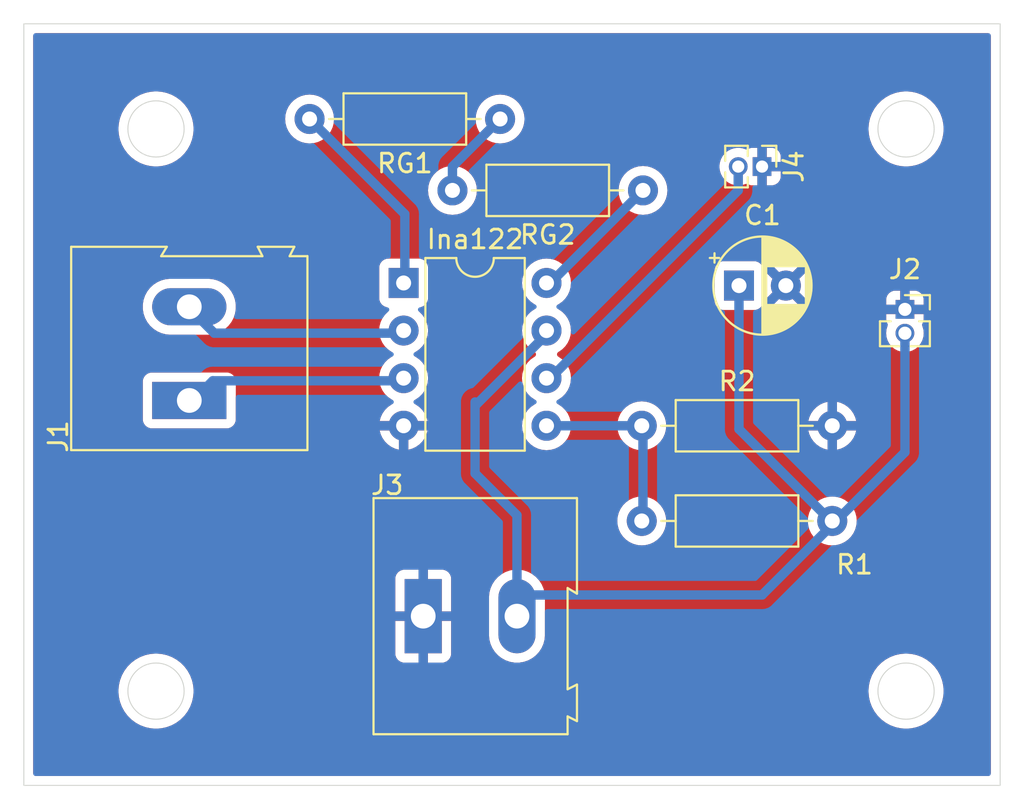
<source format=kicad_pcb>
(kicad_pcb (version 20221018) (generator pcbnew)
  (layers (0 "F.Cu" signal) (31 "B.Cu" signal) (34 "B.Paste" user) (35 "F.Paste" user) (36 "B.SilkS" user "B.Silkscreen") (37 "F.SilkS" user "F.Silkscreen") (38 "B.Mask" user) (39 "F.Mask" user) (44 "Edge.Cuts" user))
  (net 0 "")
  (net 1 "IN3.3")
  (net 2 "GND")
  (net 3 "Net-(Ina122-RG-Pad1)")
  (net 4 "/Vin-")
  (net 5 "/Vin+")
  (net 6 "/Vo")
  (net 7 "Net-(Ina122-Ref)")
  (net 8 "Net-(RG1-Pad1)")
  (net 9 "Net-(Ina122-RG-Pad8)")
  (footprint "TerminalBlock:TerminalBlock_Altech_AK300-2_P5.00mm" (layer "F.Cu") (at 116.775 92.49 90)
    (fp_text reference "J1" (at -1.92 -6.99 90) (layer "F.SilkS"))
    (fp_text value "Differential input")
    (fp_line (start -2.65 -6.3) (end -2.65 6.3) (stroke (width 0.12)) (layer "F.SilkS"))
    (fp_line (start -2.65 6.3) (end 7.7 6.3) (stroke (width 0.12)) (layer "F.SilkS"))
    (fp_line (start 7.7 -1.5) (end 8.2 -1.2) (stroke (width 0.12)) (layer "F.SilkS"))
    (fp_line (start 7.7 3.9) (end 7.7 -1.5) (stroke (width 0.12)) (layer "F.SilkS"))
    (fp_line (start 7.7 5.35) (end 8.2 5.6) (stroke (width 0.12)) (layer "F.SilkS"))
    (fp_line (start 7.7 6.3) (end 7.7 5.35) (stroke (width 0.12)) (layer "F.SilkS"))
    (fp_line (start 8.2 -6.3) (end -2.65 -6.3) (stroke (width 0.12)) (layer "F.SilkS"))
    (fp_line (start 8.2 -1.2) (end 8.2 -6.3) (stroke (width 0.12)) (layer "F.SilkS"))
    (fp_line (start 8.2 3.65) (end 7.7 3.9) (stroke (width 0.12)) (layer "F.SilkS"))
    (fp_line (start 8.2 3.7) (end 8.2 3.65) (stroke (width 0.12)) (layer "F.SilkS"))
    (fp_line (start 8.2 5.6) (end 8.2 3.7) (stroke (width 0.12)) (layer "F.SilkS"))
    (pad "1" thru_hole rect (at 0 0 90) (size 1.98 3.96) (drill 1.32) (layers "*.Cu" "*.Mask") (net 5 "/Vin+"))
    (pad "2" thru_hole oval (at 5 0 90) (size 1.98 3.96) (drill 1.32) (layers "*.Cu" "*.Mask") (net 4 "/Vin-"))
  )
  (footprint "TerminalBlock:TerminalBlock_Altech_AK300-2_P5.00mm" (layer "F.Cu") (at 129.25 104)
    (fp_text reference "J3" (at -1.92 -6.99) (layer "F.SilkS"))
    (fp_text value "3.3V Output")
    (fp_line (start -2.65 -6.3) (end -2.65 6.3) (stroke (width 0.12)) (layer "F.SilkS"))
    (fp_line (start -2.65 6.3) (end 7.7 6.3) (stroke (width 0.12)) (layer "F.SilkS"))
    (fp_line (start 7.7 -1.5) (end 8.2 -1.2) (stroke (width 0.12)) (layer "F.SilkS"))
    (fp_line (start 7.7 3.9) (end 7.7 -1.5) (stroke (width 0.12)) (layer "F.SilkS"))
    (fp_line (start 7.7 5.35) (end 8.2 5.6) (stroke (width 0.12)) (layer "F.SilkS"))
    (fp_line (start 7.7 6.3) (end 7.7 5.35) (stroke (width 0.12)) (layer "F.SilkS"))
    (fp_line (start 8.2 -6.3) (end -2.65 -6.3) (stroke (width 0.12)) (layer "F.SilkS"))
    (fp_line (start 8.2 -1.2) (end 8.2 -6.3) (stroke (width 0.12)) (layer "F.SilkS"))
    (fp_line (start 8.2 3.65) (end 7.7 3.9) (stroke (width 0.12)) (layer "F.SilkS"))
    (fp_line (start 8.2 3.7) (end 8.2 3.65) (stroke (width 0.12)) (layer "F.SilkS"))
    (fp_line (start 8.2 5.6) (end 8.2 3.7) (stroke (width 0.12)) (layer "F.SilkS"))
    (pad "1" thru_hole rect (at 0 0) (size 1.98 3.96) (drill 1.32) (layers "*.Cu" "*.Mask") (net 2 "GND"))
    (pad "2" thru_hole oval (at 5 0) (size 1.98 3.96) (drill 1.32) (layers "*.Cu" "*.Mask") (net 1 "IN3.3"))
  )
  (footprint "Capacitor_THT:CP_Radial_D5.0mm_P2.50mm" (layer "F.Cu") (at 146.09 86.36)
    (fp_text reference "C1" (at 1.25 -3.75) (layer "F.SilkS"))
    (fp_text value "0.1u")
    (fp_line (start -1.554775 -1.475) (end -1.054775 -1.475) (stroke (width 0.12)) (layer "F.SilkS"))
    (fp_line (start -1.304775 -1.725) (end -1.304775 -1.225) (stroke (width 0.12)) (layer "F.SilkS"))
    (fp_line (start 1.25 -2.58) (end 1.25 2.58) (stroke (width 0.12)) (layer "F.SilkS"))
    (fp_line (start 1.29 -2.58) (end 1.29 2.58) (stroke (width 0.12)) (layer "F.SilkS"))
    (fp_line (start 1.33 -2.579) (end 1.33 2.579) (stroke (width 0.12)) (layer "F.SilkS"))
    (fp_line (start 1.37 -2.578) (end 1.37 2.578) (stroke (width 0.12)) (layer "F.SilkS"))
    (fp_line (start 1.41 -2.576) (end 1.41 2.576) (stroke (width 0.12)) (layer "F.SilkS"))
    (fp_line (start 1.45 -2.573) (end 1.45 2.573) (stroke (width 0.12)) (layer "F.SilkS"))
    (fp_line (start 1.49 -2.569) (end 1.49 -1.04) (stroke (width 0.12)) (layer "F.SilkS"))
    (fp_line (start 1.49 1.04) (end 1.49 2.569) (stroke (width 0.12)) (layer "F.SilkS"))
    (fp_line (start 1.53 -2.565) (end 1.53 -1.04) (stroke (width 0.12)) (layer "F.SilkS"))
    (fp_line (start 1.53 1.04) (end 1.53 2.565) (stroke (width 0.12)) (layer "F.SilkS"))
    (fp_line (start 1.57 -2.561) (end 1.57 -1.04) (stroke (width 0.12)) (layer "F.SilkS"))
    (fp_line (start 1.57 1.04) (end 1.57 2.561) (stroke (width 0.12)) (layer "F.SilkS"))
    (fp_line (start 1.61 -2.556) (end 1.61 -1.04) (stroke (width 0.12)) (layer "F.SilkS"))
    (fp_line (start 1.61 1.04) (end 1.61 2.556) (stroke (width 0.12)) (layer "F.SilkS"))
    (fp_line (start 1.65 -2.55) (end 1.65 -1.04) (stroke (width 0.12)) (layer "F.SilkS"))
    (fp_line (start 1.65 1.04) (end 1.65 2.55) (stroke (width 0.12)) (layer "F.SilkS"))
    (fp_line (start 1.69 -2.543) (end 1.69 -1.04) (stroke (width 0.12)) (layer "F.SilkS"))
    (fp_line (start 1.69 1.04) (end 1.69 2.543) (stroke (width 0.12)) (layer "F.SilkS"))
    (fp_line (start 1.73 -2.536) (end 1.73 -1.04) (stroke (width 0.12)) (layer "F.SilkS"))
    (fp_line (start 1.73 1.04) (end 1.73 2.536) (stroke (width 0.12)) (layer "F.SilkS"))
    (fp_line (start 1.77 -2.528) (end 1.77 -1.04) (stroke (width 0.12)) (layer "F.SilkS"))
    (fp_line (start 1.77 1.04) (end 1.77 2.528) (stroke (width 0.12)) (layer "F.SilkS"))
    (fp_line (start 1.81 -2.52) (end 1.81 -1.04) (stroke (width 0.12)) (layer "F.SilkS"))
    (fp_line (start 1.81 1.04) (end 1.81 2.52) (stroke (width 0.12)) (layer "F.SilkS"))
    (fp_line (start 1.85 -2.511) (end 1.85 -1.04) (stroke (width 0.12)) (layer "F.SilkS"))
    (fp_line (start 1.85 1.04) (end 1.85 2.511) (stroke (width 0.12)) (layer "F.SilkS"))
    (fp_line (start 1.89 -2.501) (end 1.89 -1.04) (stroke (width 0.12)) (layer "F.SilkS"))
    (fp_line (start 1.89 1.04) (end 1.89 2.501) (stroke (width 0.12)) (layer "F.SilkS"))
    (fp_line (start 1.93 -2.491) (end 1.93 -1.04) (stroke (width 0.12)) (layer "F.SilkS"))
    (fp_line (start 1.93 1.04) (end 1.93 2.491) (stroke (width 0.12)) (layer "F.SilkS"))
    (fp_line (start 1.971 -2.48) (end 1.971 -1.04) (stroke (width 0.12)) (layer "F.SilkS"))
    (fp_line (start 1.971 1.04) (end 1.971 2.48) (stroke (width 0.12)) (layer "F.SilkS"))
    (fp_line (start 2.011 -2.468) (end 2.011 -1.04) (stroke (width 0.12)) (layer "F.SilkS"))
    (fp_line (start 2.011 1.04) (end 2.011 2.468) (stroke (width 0.12)) (layer "F.SilkS"))
    (fp_line (start 2.051 -2.455) (end 2.051 -1.04) (stroke (width 0.12)) (layer "F.SilkS"))
    (fp_line (start 2.051 1.04) (end 2.051 2.455) (stroke (width 0.12)) (layer "F.SilkS"))
    (fp_line (start 2.091 -2.442) (end 2.091 -1.04) (stroke (width 0.12)) (layer "F.SilkS"))
    (fp_line (start 2.091 1.04) (end 2.091 2.442) (stroke (width 0.12)) (layer "F.SilkS"))
    (fp_line (start 2.131 -2.428) (end 2.131 -1.04) (stroke (width 0.12)) (layer "F.SilkS"))
    (fp_line (start 2.131 1.04) (end 2.131 2.428) (stroke (width 0.12)) (layer "F.SilkS"))
    (fp_line (start 2.171 -2.414) (end 2.171 -1.04) (stroke (width 0.12)) (layer "F.SilkS"))
    (fp_line (start 2.171 1.04) (end 2.171 2.414) (stroke (width 0.12)) (layer "F.SilkS"))
    (fp_line (start 2.211 -2.398) (end 2.211 -1.04) (stroke (width 0.12)) (layer "F.SilkS"))
    (fp_line (start 2.211 1.04) (end 2.211 2.398) (stroke (width 0.12)) (layer "F.SilkS"))
    (fp_line (start 2.251 -2.382) (end 2.251 -1.04) (stroke (width 0.12)) (layer "F.SilkS"))
    (fp_line (start 2.251 1.04) (end 2.251 2.382) (stroke (width 0.12)) (layer "F.SilkS"))
    (fp_line (start 2.291 -2.365) (end 2.291 -1.04) (stroke (width 0.12)) (layer "F.SilkS"))
    (fp_line (start 2.291 1.04) (end 2.291 2.365) (stroke (width 0.12)) (layer "F.SilkS"))
    (fp_line (start 2.331 -2.348) (end 2.331 -1.04) (stroke (width 0.12)) (layer "F.SilkS"))
    (fp_line (start 2.331 1.04) (end 2.331 2.348) (stroke (width 0.12)) (layer "F.SilkS"))
    (fp_line (start 2.371 -2.329) (end 2.371 -1.04) (stroke (width 0.12)) (layer "F.SilkS"))
    (fp_line (start 2.371 1.04) (end 2.371 2.329) (stroke (width 0.12)) (layer "F.SilkS"))
    (fp_line (start 2.411 -2.31) (end 2.411 -1.04) (stroke (width 0.12)) (layer "F.SilkS"))
    (fp_line (start 2.411 1.04) (end 2.411 2.31) (stroke (width 0.12)) (layer "F.SilkS"))
    (fp_line (start 2.451 -2.29) (end 2.451 -1.04) (stroke (width 0.12)) (layer "F.SilkS"))
    (fp_line (start 2.451 1.04) (end 2.451 2.29) (stroke (width 0.12)) (layer "F.SilkS"))
    (fp_line (start 2.491 -2.268) (end 2.491 -1.04) (stroke (width 0.12)) (layer "F.SilkS"))
    (fp_line (start 2.491 1.04) (end 2.491 2.268) (stroke (width 0.12)) (layer "F.SilkS"))
    (fp_line (start 2.531 -2.247) (end 2.531 -1.04) (stroke (width 0.12)) (layer "F.SilkS"))
    (fp_line (start 2.531 1.04) (end 2.531 2.247) (stroke (width 0.12)) (layer "F.SilkS"))
    (fp_line (start 2.571 -2.224) (end 2.571 -1.04) (stroke (width 0.12)) (layer "F.SilkS"))
    (fp_line (start 2.571 1.04) (end 2.571 2.224) (stroke (width 0.12)) (layer "F.SilkS"))
    (fp_line (start 2.611 -2.2) (end 2.611 -1.04) (stroke (width 0.12)) (layer "F.SilkS"))
    (fp_line (start 2.611 1.04) (end 2.611 2.2) (stroke (width 0.12)) (layer "F.SilkS"))
    (fp_line (start 2.651 -2.175) (end 2.651 -1.04) (stroke (width 0.12)) (layer "F.SilkS"))
    (fp_line (start 2.651 1.04) (end 2.651 2.175) (stroke (width 0.12)) (layer "F.SilkS"))
    (fp_line (start 2.691 -2.149) (end 2.691 -1.04) (stroke (width 0.12)) (layer "F.SilkS"))
    (fp_line (start 2.691 1.04) (end 2.691 2.149) (stroke (width 0.12)) (layer "F.SilkS"))
    (fp_line (start 2.731 -2.122) (end 2.731 -1.04) (stroke (width 0.12)) (layer "F.SilkS"))
    (fp_line (start 2.731 1.04) (end 2.731 2.122) (stroke (width 0.12)) (layer "F.SilkS"))
    (fp_line (start 2.771 -2.095) (end 2.771 -1.04) (stroke (width 0.12)) (layer "F.SilkS"))
    (fp_line (start 2.771 1.04) (end 2.771 2.095) (stroke (width 0.12)) (layer "F.SilkS"))
    (fp_line (start 2.811 -2.065) (end 2.811 -1.04) (stroke (width 0.12)) (layer "F.SilkS"))
    (fp_line (start 2.811 1.04) (end 2.811 2.065) (stroke (width 0.12)) (layer "F.SilkS"))
    (fp_line (start 2.851 -2.035) (end 2.851 -1.04) (stroke (width 0.12)) (layer "F.SilkS"))
    (fp_line (start 2.851 1.04) (end 2.851 2.035) (stroke (width 0.12)) (layer "F.SilkS"))
    (fp_line (start 2.891 -2.004) (end 2.891 -1.04) (stroke (width 0.12)) (layer "F.SilkS"))
    (fp_line (start 2.891 1.04) (end 2.891 2.004) (stroke (width 0.12)) (layer "F.SilkS"))
    (fp_line (start 2.931 -1.971) (end 2.931 -1.04) (stroke (width 0.12)) (layer "F.SilkS"))
    (fp_line (start 2.931 1.04) (end 2.931 1.971) (stroke (width 0.12)) (layer "F.SilkS"))
    (fp_line (start 2.971 -1.937) (end 2.971 -1.04) (stroke (width 0.12)) (layer "F.SilkS"))
    (fp_line (start 2.971 1.04) (end 2.971 1.937) (stroke (width 0.12)) (layer "F.SilkS"))
    (fp_line (start 3.011 -1.901) (end 3.011 -1.04) (stroke (width 0.12)) (layer "F.SilkS"))
    (fp_line (start 3.011 1.04) (end 3.011 1.901) (stroke (width 0.12)) (layer "F.SilkS"))
    (fp_line (start 3.051 -1.864) (end 3.051 -1.04) (stroke (width 0.12)) (layer "F.SilkS"))
    (fp_line (start 3.051 1.04) (end 3.051 1.864) (stroke (width 0.12)) (layer "F.SilkS"))
    (fp_line (start 3.091 -1.826) (end 3.091 -1.04) (stroke (width 0.12)) (layer "F.SilkS"))
    (fp_line (start 3.091 1.04) (end 3.091 1.826) (stroke (width 0.12)) (layer "F.SilkS"))
    (fp_line (start 3.131 -1.785) (end 3.131 -1.04) (stroke (width 0.12)) (layer "F.SilkS"))
    (fp_line (start 3.131 1.04) (end 3.131 1.785) (stroke (width 0.12)) (layer "F.SilkS"))
    (fp_line (start 3.171 -1.743) (end 3.171 -1.04) (stroke (width 0.12)) (layer "F.SilkS"))
    (fp_line (start 3.171 1.04) (end 3.171 1.743) (stroke (width 0.12)) (layer "F.SilkS"))
    (fp_line (start 3.211 -1.699) (end 3.211 -1.04) (stroke (width 0.12)) (layer "F.SilkS"))
    (fp_line (start 3.211 1.04) (end 3.211 1.699) (stroke (width 0.12)) (layer "F.SilkS"))
    (fp_line (start 3.251 -1.653) (end 3.251 -1.04) (stroke (width 0.12)) (layer "F.SilkS"))
    (fp_line (start 3.251 1.04) (end 3.251 1.653) (stroke (width 0.12)) (layer "F.SilkS"))
    (fp_line (start 3.291 -1.605) (end 3.291 -1.04) (stroke (width 0.12)) (layer "F.SilkS"))
    (fp_line (start 3.291 1.04) (end 3.291 1.605) (stroke (width 0.12)) (layer "F.SilkS"))
    (fp_line (start 3.331 -1.554) (end 3.331 -1.04) (stroke (width 0.12)) (layer "F.SilkS"))
    (fp_line (start 3.331 1.04) (end 3.331 1.554) (stroke (width 0.12)) (layer "F.SilkS"))
    (fp_line (start 3.371 -1.5) (end 3.371 -1.04) (stroke (width 0.12)) (layer "F.SilkS"))
    (fp_line (start 3.371 1.04) (end 3.371 1.5) (stroke (width 0.12)) (layer "F.SilkS"))
    (fp_line (start 3.411 -1.443) (end 3.411 -1.04) (stroke (width 0.12)) (layer "F.SilkS"))
    (fp_line (start 3.411 1.04) (end 3.411 1.443) (stroke (width 0.12)) (layer "F.SilkS"))
    (fp_line (start 3.451 -1.383) (end 3.451 -1.04) (stroke (width 0.12)) (layer "F.SilkS"))
    (fp_line (start 3.451 1.04) (end 3.451 1.383) (stroke (width 0.12)) (layer "F.SilkS"))
    (fp_line (start 3.491 -1.319) (end 3.491 -1.04) (stroke (width 0.12)) (layer "F.SilkS"))
    (fp_line (start 3.491 1.04) (end 3.491 1.319) (stroke (width 0.12)) (layer "F.SilkS"))
    (fp_line (start 3.531 -1.251) (end 3.531 -1.04) (stroke (width 0.12)) (layer "F.SilkS"))
    (fp_line (start 3.531 1.04) (end 3.531 1.251) (stroke (width 0.12)) (layer "F.SilkS"))
    (fp_line (start 3.571 -1.178) (end 3.571 1.178) (stroke (width 0.12)) (layer "F.SilkS"))
    (fp_line (start 3.611 -1.098) (end 3.611 1.098) (stroke (width 0.12)) (layer "F.SilkS"))
    (fp_line (start 3.651 -1.011) (end 3.651 1.011) (stroke (width 0.12)) (layer "F.SilkS"))
    (fp_line (start 3.691 -0.915) (end 3.691 0.915) (stroke (width 0.12)) (layer "F.SilkS"))
    (fp_line (start 3.731 -0.805) (end 3.731 0.805) (stroke (width 0.12)) (layer "F.SilkS"))
    (fp_line (start 3.771 -0.677) (end 3.771 0.677) (stroke (width 0.12)) (layer "F.SilkS"))
    (fp_line (start 3.811 -0.518) (end 3.811 0.518) (stroke (width 0.12)) (layer "F.SilkS"))
    (fp_line (start 3.851 -0.284) (end 3.851 0.284) (stroke (width 0.12)) (layer "F.SilkS"))
    (fp_circle (center 1.25 0) (end 3.87 0) (stroke (width 0.12)) (fill none) (layer "F.SilkS"))
    (pad "1" thru_hole rect (at 0 0) (size 1.6 1.6) (drill 0.8) (layers "*.Cu" "*.Mask") (net 1 "IN3.3"))
    (pad "2" thru_hole circle (at 2.5 0) (size 1.6 1.6) (drill 0.8) (layers "*.Cu" "*.Mask") (net 2 "GND"))
  )
  (footprint "Resistor_THT:R_Axial_DIN0207_L6.3mm_D2.5mm_P10.16mm_Horizontal" (layer "F.Cu") (at 140.905 93.84)
    (fp_text reference "R2" (at 5.08 -2.37) (layer "F.SilkS"))
    (fp_text value "6.8k")
    (fp_line (start 1.04 0) (end 1.81 0) (stroke (width 0.12)) (layer "F.SilkS"))
    (fp_line (start 1.81 -1.37) (end 1.81 1.37) (stroke (width 0.12)) (layer "F.SilkS"))
    (fp_line (start 1.81 1.37) (end 8.35 1.37) (stroke (width 0.12)) (layer "F.SilkS"))
    (fp_line (start 8.35 -1.37) (end 1.81 -1.37) (stroke (width 0.12)) (layer "F.SilkS"))
    (fp_line (start 8.35 1.37) (end 8.35 -1.37) (stroke (width 0.12)) (layer "F.SilkS"))
    (fp_line (start 9.12 0) (end 8.35 0) (stroke (width 0.12)) (layer "F.SilkS"))
    (pad "1" thru_hole circle (at 0 0) (size 1.6 1.6) (drill 0.8) (layers "*.Cu" "*.Mask") (net 7 "Net-(Ina122-Ref)"))
    (pad "2" thru_hole oval (at 10.16 0) (size 1.6 1.6) (drill 0.8) (layers "*.Cu" "*.Mask") (net 2 "GND"))
  )
  (footprint "Connector_PinHeader_1.27mm:PinHeader_1x02_P1.27mm_Vertical" (layer "F.Cu") (at 147.32 80.01 -90)
    (fp_text reference "J4" (at 0 -1.695 90) (layer "F.SilkS"))
    (fp_text value "Output")
    (fp_line (start -1.11 -0.76) (end 0 -0.76) (stroke (width 0.12)) (layer "F.SilkS"))
    (fp_line (start -1.11 0) (end -1.11 -0.76) (stroke (width 0.12)) (layer "F.SilkS"))
    (fp_line (start -1.11 0.76) (end -1.11 1.965) (stroke (width 0.12)) (layer "F.SilkS"))
    (fp_line (start -1.11 0.76) (end -0.563471 0.76) (stroke (width 0.12)) (layer "F.SilkS"))
    (fp_line (start -1.11 1.965) (end -0.30753 1.965) (stroke (width 0.12)) (layer "F.SilkS"))
    (fp_line (start 0.30753 1.965) (end 1.11 1.965) (stroke (width 0.12)) (layer "F.SilkS"))
    (fp_line (start 0.563471 0.76) (end 1.11 0.76) (stroke (width 0.12)) (layer "F.SilkS"))
    (fp_line (start 1.11 0.76) (end 1.11 1.965) (stroke (width 0.12)) (layer "F.SilkS"))
    (pad "1" thru_hole rect (at 0 0 270) (size 1 1) (drill 0.65) (layers "*.Cu" "*.Mask") (net 2 "GND"))
    (pad "2" thru_hole oval (at 0 1.27 270) (size 1 1) (drill 0.65) (layers "*.Cu" "*.Mask") (net 6 "/Vo"))
  )
  (footprint "Connector_PinSocket_1.27mm:PinSocket_1x02_P1.27mm_Vertical" (layer "F.Cu") (at 154.94 87.63)
    (fp_text reference "J2" (at 0 -2.135) (layer "F.SilkS"))
    (fp_text value "3.3V Input")
    (fp_line (start -1.33 0.635) (end -1.33 1.965) (stroke (width 0.12)) (layer "F.SilkS"))
    (fp_line (start -1.33 0.635) (end -0.76 0.635) (stroke (width 0.12)) (layer "F.SilkS"))
    (fp_line (start -1.33 1.965) (end -0.30753 1.965) (stroke (width 0.12)) (layer "F.SilkS"))
    (fp_line (start 0 -0.76) (end 1.33 -0.76) (stroke (width 0.12)) (layer "F.SilkS"))
    (fp_line (start 0.30753 1.965) (end 1.33 1.965) (stroke (width 0.12)) (layer "F.SilkS"))
    (fp_line (start 0.76 0.635) (end 1.33 0.635) (stroke (width 0.12)) (layer "F.SilkS"))
    (fp_line (start 1.33 -0.76) (end 1.33 0) (stroke (width 0.12)) (layer "F.SilkS"))
    (fp_line (start 1.33 0.635) (end 1.33 1.965) (stroke (width 0.12)) (layer "F.SilkS"))
    (pad "1" thru_hole rect (at 0 0) (size 1 1) (drill 0.7) (layers "*.Cu" "*.Mask") (net 2 "GND"))
    (pad "2" thru_hole oval (at 0 1.27) (size 1 1) (drill 0.7) (layers "*.Cu" "*.Mask") (net 1 "IN3.3"))
  )
  (footprint "Resistor_THT:R_Axial_DIN0207_L6.3mm_D2.5mm_P10.16mm_Horizontal" (layer "F.Cu") (at 133.35 77.47 180)
    (fp_text reference "RG1" (at 5.08 -2.37) (layer "F.SilkS"))
    (fp_text value "270")
    (fp_line (start 1.04 0) (end 1.81 0) (stroke (width 0.12)) (layer "F.SilkS"))
    (fp_line (start 1.81 -1.37) (end 1.81 1.37) (stroke (width 0.12)) (layer "F.SilkS"))
    (fp_line (start 1.81 1.37) (end 8.35 1.37) (stroke (width 0.12)) (layer "F.SilkS"))
    (fp_line (start 8.35 -1.37) (end 1.81 -1.37) (stroke (width 0.12)) (layer "F.SilkS"))
    (fp_line (start 8.35 1.37) (end 8.35 -1.37) (stroke (width 0.12)) (layer "F.SilkS"))
    (fp_line (start 9.12 0) (end 8.35 0) (stroke (width 0.12)) (layer "F.SilkS"))
    (pad "1" thru_hole circle (at 0 0 180) (size 1.6 1.6) (drill 0.8) (layers "*.Cu" "*.Mask") (net 8 "Net-(RG1-Pad1)"))
    (pad "2" thru_hole oval (at 10.16 0 180) (size 1.6 1.6) (drill 0.8) (layers "*.Cu" "*.Mask") (net 3 "Net-(Ina122-RG-Pad1)"))
  )
  (footprint "Resistor_THT:R_Axial_DIN0207_L6.3mm_D2.5mm_P10.16mm_Horizontal" (layer "F.Cu") (at 140.97 81.28 180)
    (fp_text reference "RG2" (at 5.08 -2.37) (layer "F.SilkS"))
    (fp_text value "56")
    (fp_line (start 1.04 0) (end 1.81 0) (stroke (width 0.12)) (layer "F.SilkS"))
    (fp_line (start 1.81 -1.37) (end 1.81 1.37) (stroke (width 0.12)) (layer "F.SilkS"))
    (fp_line (start 1.81 1.37) (end 8.35 1.37) (stroke (width 0.12)) (layer "F.SilkS"))
    (fp_line (start 8.35 -1.37) (end 1.81 -1.37) (stroke (width 0.12)) (layer "F.SilkS"))
    (fp_line (start 8.35 1.37) (end 8.35 -1.37) (stroke (width 0.12)) (layer "F.SilkS"))
    (fp_line (start 9.12 0) (end 8.35 0) (stroke (width 0.12)) (layer "F.SilkS"))
    (pad "1" thru_hole circle (at 0 0 180) (size 1.6 1.6) (drill 0.8) (layers "*.Cu" "*.Mask") (net 9 "Net-(Ina122-RG-Pad8)"))
    (pad "2" thru_hole oval (at 10.16 0 180) (size 1.6 1.6) (drill 0.8) (layers "*.Cu" "*.Mask") (net 8 "Net-(RG1-Pad1)"))
  )
  (footprint "Resistor_THT:R_Axial_DIN0207_L6.3mm_D2.5mm_P10.16mm_Horizontal" (layer "F.Cu") (at 151.065 98.92 180)
    (fp_text reference "R1" (at -1.185 -2.33) (layer "F.SilkS"))
    (fp_text value "105k")
    (fp_line (start 1.04 0) (end 1.81 0) (stroke (width 0.12)) (layer "F.SilkS"))
    (fp_line (start 1.81 -1.37) (end 1.81 1.37) (stroke (width 0.12)) (layer "F.SilkS"))
    (fp_line (start 1.81 1.37) (end 8.35 1.37) (stroke (width 0.12)) (layer "F.SilkS"))
    (fp_line (start 8.35 -1.37) (end 1.81 -1.37) (stroke (width 0.12)) (layer "F.SilkS"))
    (fp_line (start 8.35 1.37) (end 8.35 -1.37) (stroke (width 0.12)) (layer "F.SilkS"))
    (fp_line (start 9.12 0) (end 8.35 0) (stroke (width 0.12)) (layer "F.SilkS"))
    (pad "1" thru_hole circle (at 0 0 180) (size 1.6 1.6) (drill 0.8) (layers "*.Cu" "*.Mask") (net 1 "IN3.3"))
    (pad "2" thru_hole oval (at 10.16 0 180) (size 1.6 1.6) (drill 0.8) (layers "*.Cu" "*.Mask") (net 7 "Net-(Ina122-Ref)"))
  )
  (footprint "Package_DIP:DIP-8_W7.62mm" (layer "F.Cu") (at 128.205 86.22)
    (fp_text reference "Ina122" (at 3.81 -2.33) (layer "F.SilkS"))
    (fp_text value "~")
    (fp_line (start 1.16 -1.33) (end 1.16 8.95) (stroke (width 0.12)) (layer "F.SilkS"))
    (fp_line (start 1.16 8.95) (end 6.46 8.95) (stroke (width 0.12)) (layer "F.SilkS"))
    (fp_line (start 2.81 -1.33) (end 1.16 -1.33) (stroke (width 0.12)) (layer "F.SilkS"))
    (fp_line (start 6.46 -1.33) (end 4.81 -1.33) (stroke (width 0.12)) (layer "F.SilkS"))
    (fp_line (start 6.46 8.95) (end 6.46 -1.33) (stroke (width 0.12)) (layer "F.SilkS"))
    (fp_arc (start 4.81 -1.33) (mid 3.81 -0.33) (end 2.81 -1.33) (stroke (width 0.12)) (layer "F.SilkS"))
    (pad "1" thru_hole rect (at 0 0) (size 1.6 1.6) (drill 0.8) (layers "*.Cu" "*.Mask") (net 3 "Net-(Ina122-RG-Pad1)"))
    (pad "2" thru_hole oval (at 0 2.54) (size 1.6 1.6) (drill 0.8) (layers "*.Cu" "*.Mask") (net 4 "/Vin-"))
    (pad "3" thru_hole oval (at 0 5.08) (size 1.6 1.6) (drill 0.8) (layers "*.Cu" "*.Mask") (net 5 "/Vin+"))
    (pad "4" thru_hole oval (at 0 7.62) (size 1.6 1.6) (drill 0.8) (layers "*.Cu" "*.Mask") (net 2 "GND"))
    (pad "5" thru_hole oval (at 7.62 7.62) (size 1.6 1.6) (drill 0.8) (layers "*.Cu" "*.Mask") (net 7 "Net-(Ina122-Ref)"))
    (pad "6" thru_hole oval (at 7.62 5.08) (size 1.6 1.6) (drill 0.8) (layers "*.Cu" "*.Mask") (net 6 "/Vo"))
    (pad "7" thru_hole oval (at 7.62 2.54) (size 1.6 1.6) (drill 0.8) (layers "*.Cu" "*.Mask") (net 1 "IN3.3"))
    (pad "8" thru_hole oval (at 7.62 0) (size 1.6 1.6) (drill 0.8) (layers "*.Cu" "*.Mask") (net 9 "Net-(Ina122-RG-Pad8)"))
  )
  (gr_circle (center 155 78) (end 156.5 78) (stroke (width 0.05)) (fill none) (layer "Edge.Cuts"))
  (gr_circle (center 115 78) (end 116.5 78) (stroke (width 0.05)) (fill none) (layer "Edge.Cuts"))
  (gr_rect (start 107.95 72.39) (end 160.02 113.03) (stroke (width 0.05)) (fill none) (layer "Edge.Cuts"))
  (gr_circle (center 155 108) (end 156.5 108) (stroke (width 0.05)) (fill none) (layer "Edge.Cuts"))
  (gr_circle (center 115 108) (end 116.5 108) (stroke (width 0.05)) (fill none) (layer "Edge.Cuts"))
  (gr_text "version:\n00\n" (at 112.435 102.36) (layer "F.Cu") (effects (font (size 1.5 1.5) (thickness 0.3) bold) (justify left bottom)))
  (segment (start 147.32 102.87) (end 134.315 102.87) (width 0.5) (layer "B.Cu") (net 1))
  (segment (start 154.94 95.25) (end 154.94 88.9) (width 0.5) (layer "B.Cu") (net 1))
  (segment (start 132.08 92.71) (end 135.89 88.9) (width 0.5) (layer "B.Cu") (net 1))
  (segment (start 134.25 102.73) (end 134.25 98.615) (width 0.5) (layer "B.Cu") (net 1))
  (segment (start 151.13 99.06) (end 154.94 95.25) (width 0.5) (layer "B.Cu") (net 1))
  (segment (start 146.09 94.02) (end 146.09 86.36) (width 0.5) (layer "B.Cu") (net 1))
  (segment (start 134.25 98.615) (end 132.015 96.38) (width 0.5) (layer "B.Cu") (net 1))
  (segment (start 151.13 99.06) (end 146.09 94.02) (width 0.5) (layer "B.Cu") (net 1))
  (segment (start 151.13 99.06) (end 147.32 102.87) (width 0.5) (layer "B.Cu") (net 1))
  (segment (start 132.015 96.38) (end 132.015 92.57) (width 0.5) (layer "B.Cu") (net 1))
  (segment (start 128.27 82.55) (end 123.19 77.47) (width 0.5) (layer "B.Cu") (net 3))
  (segment (start 128.27 86.36) (end 128.27 82.55) (width 0.5) (layer "B.Cu") (net 3))
  (segment (start 128.27 88.9) (end 118.11 88.9) (width 0.5) (layer "B.Cu") (net 4))
  (segment (start 118.11 88.9) (end 116.84 87.63) (width 0.5) (layer "B.Cu") (net 4))
  (segment (start 118.03 91.44) (end 116.84 92.63) (width 0.5) (layer "B.Cu") (net 5))
  (segment (start 128.27 91.44) (end 118.03 91.44) (width 0.5) (layer "B.Cu") (net 5))
  (segment (start 146.05 81.28) (end 146.05 80.01) (width 0.5) (layer "B.Cu") (net 6))
  (segment (start 135.89 91.44) (end 146.05 81.28) (width 0.5) (layer "B.Cu") (net 6))
  (segment (start 140.97 99.06) (end 140.97 93.98) (width 0.5) (layer "B.Cu") (net 7))
  (segment (start 135.825 93.84) (end 140.905 93.84) (width 0.5) (layer "B.Cu") (net 7))
  (segment (start 130.81 81.28) (end 130.81 80.01) (width 0.5) (layer "B.Cu") (net 8))
  (segment (start 130.81 80.01) (end 133.35 77.47) (width 0.5) (layer "B.Cu") (net 8))
  (segment (start 140.97 81.28) (end 135.89 86.36) (width 0.5) (layer "B.Cu") (net 9))
  (zone (net 2) (net_name "GND") (layer "F.Cu") (priority 1) (connect_pads (clearance 0.5)) (min_thickness 0.3) (fill yes (thermal_gap 0.5) (thermal_bridge_width 0.5) (island_removal_mode 1) (island_area_min 10))
    (polygon (pts (xy 106.68 71.12) (xy 161.25 71.25) (xy 161.29 114.3) (xy 106.68 114.3)))
  )
  (zone (net 2) (net_name "GND") (layer "B.Cu") (connect_pads (clearance 0.5)) (min_thickness 0.25) (fill yes (thermal_gap 0.5) (thermal_bridge_width 0.5) (island_removal_mode 1) (island_area_min 10))
    (polygon (pts (xy 107.75 72.25) (xy 160.25 72.25) (xy 160.5 113) (xy 108 113)))
  )
)
</source>
